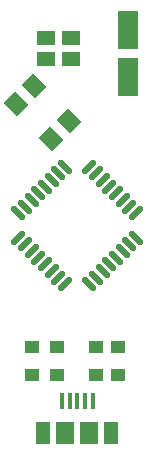
<source format=gbr>
%TF.GenerationSoftware,Altium Limited,Altium Designer,19.1.8 (144)*%
G04 Layer_Color=8421504*
%FSLAX26Y26*%
%MOIN*%
%TF.FileFunction,Paste,Top*%
%TF.Part,Single*%
G01*
G75*
%TA.AperFunction,SMDPad,CuDef*%
%ADD10R,0.070000X0.130000*%
%ADD11R,0.059055X0.051181*%
%TA.AperFunction,ConnectorPad*%
%ADD12R,0.015748X0.053150*%
%ADD13R,0.047244X0.074803*%
%ADD14R,0.059055X0.074803*%
%ADD15R,0.049213X0.043307*%
G04:AMPARAMS|DCode=16|XSize=62.992mil|YSize=55.118mil|CornerRadius=0mil|HoleSize=0mil|Usage=FLASHONLY|Rotation=315.000|XOffset=0mil|YOffset=0mil|HoleType=Round|Shape=Rectangle|*
%AMROTATEDRECTD16*
4,1,4,-0.041758,0.002784,-0.002784,0.041758,0.041758,-0.002784,0.002784,-0.041758,-0.041758,0.002784,0.0*
%
%ADD16ROTATEDRECTD16*%

G04:AMPARAMS|DCode=17|XSize=21.654mil|YSize=59.055mil|CornerRadius=0mil|HoleSize=0mil|Usage=FLASHONLY|Rotation=45.000|XOffset=0mil|YOffset=0mil|HoleType=Round|Shape=Round|*
%AMOVALD17*
21,1,0.037402,0.021654,0.000000,0.000000,135.0*
1,1,0.021654,0.013223,-0.013223*
1,1,0.021654,-0.013223,0.013223*
%
%ADD17OVALD17*%

G04:AMPARAMS|DCode=18|XSize=21.654mil|YSize=59.055mil|CornerRadius=0mil|HoleSize=0mil|Usage=FLASHONLY|Rotation=315.000|XOffset=0mil|YOffset=0mil|HoleType=Round|Shape=Round|*
%AMOVALD18*
21,1,0.037402,0.021654,0.000000,0.000000,45.0*
1,1,0.021654,-0.013223,-0.013223*
1,1,0.021654,0.013223,0.013223*
%
%ADD18OVALD18*%

D10*
X507175Y1216585D02*
D03*
Y1372175D02*
D03*
D11*
X232175Y1277727D02*
D03*
Y1346623D02*
D03*
X316613Y1277727D02*
D03*
Y1346623D02*
D03*
D12*
X285993Y136175D02*
D03*
X311585D02*
D03*
X337175D02*
D03*
X362765D02*
D03*
X388357D02*
D03*
D13*
X451349Y29875D02*
D03*
X223001D02*
D03*
D14*
X376545D02*
D03*
X297805D02*
D03*
D15*
X187175Y315175D02*
D03*
Y222655D02*
D03*
X268175Y315175D02*
D03*
Y222655D02*
D03*
X401175Y315175D02*
D03*
Y222655D02*
D03*
X474175D02*
D03*
Y315175D02*
D03*
D16*
X194419Y1186421D02*
D03*
X311343Y1069497D02*
D03*
X250097Y1008253D02*
D03*
X133175Y1125175D02*
D03*
D17*
X296809Y917439D02*
D03*
X274537Y895167D02*
D03*
X252267Y872897D02*
D03*
X229995Y850625D02*
D03*
X207725Y828355D02*
D03*
X185453Y806083D02*
D03*
X163183Y783813D02*
D03*
X140911Y761541D02*
D03*
X377541Y524911D02*
D03*
X399813Y547183D02*
D03*
X422083Y569453D02*
D03*
X444355Y591725D02*
D03*
X466625Y613995D02*
D03*
X488897Y636267D02*
D03*
X511167Y658537D02*
D03*
X533439Y680809D02*
D03*
D18*
X140911D02*
D03*
X163183Y658537D02*
D03*
X185453Y636267D02*
D03*
X207725Y613995D02*
D03*
X229995Y591725D02*
D03*
X252267Y569453D02*
D03*
X274537Y547183D02*
D03*
X296809Y524911D02*
D03*
X533439Y761541D02*
D03*
X511167Y783813D02*
D03*
X488897Y806083D02*
D03*
X466625Y828355D02*
D03*
X444355Y850625D02*
D03*
X422083Y872897D02*
D03*
X399813Y895167D02*
D03*
X377541Y917439D02*
D03*
%TF.MD5,c89c3eba161322615a86273b849b7fa8*%
M02*

</source>
